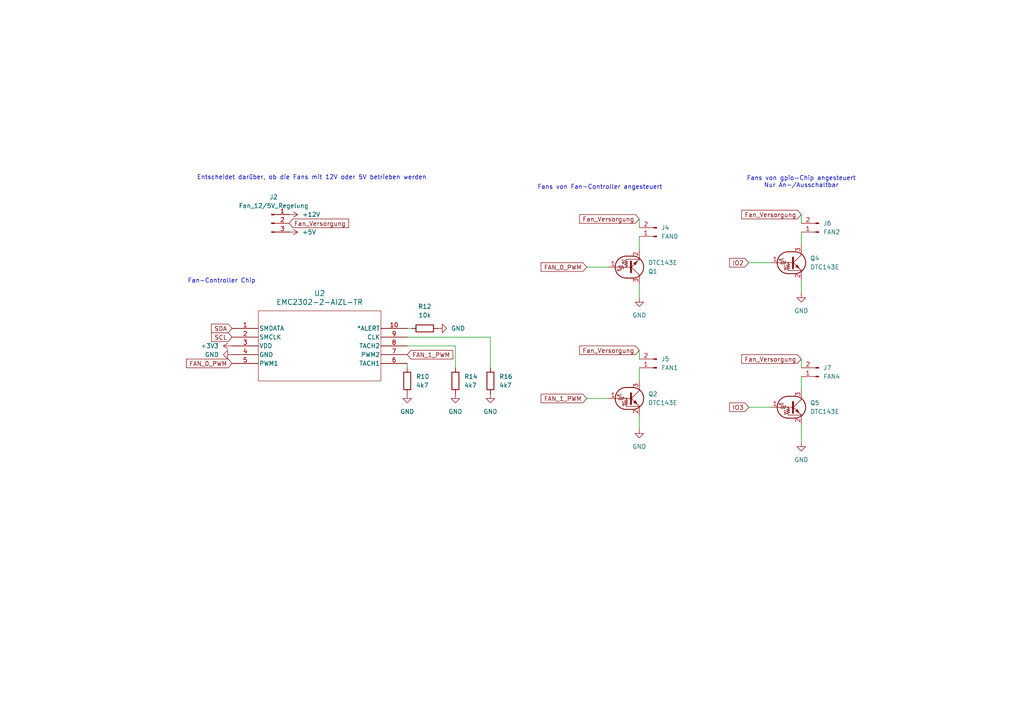
<source format=kicad_sch>
(kicad_sch (version 20231120) (generator "eeschema") (generator_version "8.0")
  (paper "A4")
  (lib_symbols
    (symbol "Connector:Conn_01x02_Male" (pin_names (offset 1.016) hide)
      (property "Reference" "J" (at 0 2.54 0))
      (property "Value" "Conn_01x02_Male" (at 0 -5.08 0))
      (symbol "Conn_01x02_Male_1_1"
        (polyline (pts (xy 1.27 -2.54) (xy 0.8636 -2.54)) (stroke (width 0.1524)))
        (polyline (pts (xy 1.27 0) (xy 0.8636 0)) (stroke (width 0.1524)))
        (rectangle (start 0.8636 -2.413) (end 0 -2.667) (stroke (width 0.1524)) (fill (type outline)))
        (rectangle (start 0.8636 0.127) (end 0 -0.127) (stroke (width 0.1524)) (fill (type outline)))
        (pin passive line (at 5.08 0 180) (length 3.81) (name "Pin_1") (number "1"))
        (pin passive line (at 5.08 -2.54 180) (length 3.81) (name "Pin_2") (number "2"))
      )
    )
    (symbol "Connector:Conn_01x03_Pin" (pin_names (offset 1.016) hide)
      (property "Reference" "J" (at 0 5.08 0))
      (property "Value" "Conn_01x03_Pin" (at 0 -5.08 0))
      (symbol "Conn_01x03_Pin_1_1"
        (polyline (pts (xy 1.27 -2.54) (xy 0.8636 -2.54)) (stroke (width 0.1524)))
        (polyline (pts (xy 1.27 0) (xy 0.8636 0)) (stroke (width 0.1524)))
        (polyline (pts (xy 1.27 2.54) (xy 0.8636 2.54)) (stroke (width 0.1524)))
        (rectangle (start 0.8636 -2.413) (end 0 -2.667) (stroke (width 0.1524)) (fill (type outline)))
        (rectangle (start 0.8636 0.127) (end 0 -0.127) (stroke (width 0.1524)) (fill (type outline)))
        (rectangle (start 0.8636 2.667) (end 0 2.413) (stroke (width 0.1524)) (fill (type outline)))
        (pin passive line (at 5.08 2.54 180) (length 3.81) (name "Pin_1") (number "1"))
        (pin passive line (at 5.08 0 180) (length 3.81) (name "Pin_2") (number "2"))
        (pin passive line (at 5.08 -2.54 180) (length 3.81) (name "Pin_3") (number "3"))
      )
    )
    (symbol "Device:R" (pin_numbers hide) (pin_names (offset 0))
      (property "Reference" "R" (at 2.032 0 90))
      (property "Value" "R" (at 0 0 90))
      (symbol "R_0_1"
        (rectangle (start -1.016 -2.54) (end 1.016 2.54) (stroke (width 0.254)))
      )
      (symbol "R_1_1"
        (pin passive line (at 0 3.81 270) (length 1.27) (name "~") (number "1"))
        (pin passive line (at 0 -3.81 90) (length 1.27) (name "~") (number "2"))
      )
    )
    (symbol "EMC2302-2-AIZL-TR:EMC2302-2-AIZL-TR" (pin_names (offset 0.254))
      (property "Reference" "U" (at 25.4 10.16 0))
      (property "Value" "EMC2302-2-AIZL-TR" (at 25.4 7.62 0))
      (symbol "EMC2302-2-AIZL-TR_0_1"
        (polyline (pts (xy 7.62 -15.24) (xy 43.18 -15.24)) (stroke (width 0.127)))
        (polyline (pts (xy 7.62 5.08) (xy 7.62 -15.24)) (stroke (width 0.127)))
        (polyline (pts (xy 43.18 -15.24) (xy 43.18 5.08)) (stroke (width 0.127)))
        (polyline (pts (xy 43.18 5.08) (xy 7.62 5.08)) (stroke (width 0.127)))
        (pin bidirectional line (at 0 0 0) (length 7.62) (name "SMDATA") (number "1"))
        (pin output line (at 50.8 0 180) (length 7.62) (name "*ALERT") (number "10"))
        (pin input line (at 0 -2.54 0) (length 7.62) (name "SMCLK") (number "2"))
        (pin power_in line (at 0 -5.08 0) (length 7.62) (name "VDD") (number "3"))
        (pin power_in line (at 0 -7.62 0) (length 7.62) (name "GND") (number "4"))
        (pin output line (at 0 -10.16 0) (length 7.62) (name "PWM1") (number "5"))
        (pin input line (at 50.8 -10.16 180) (length 7.62) (name "TACH1") (number "6"))
        (pin output line (at 50.8 -7.62 180) (length 7.62) (name "PWM2") (number "7"))
        (pin input line (at 50.8 -5.08 180) (length 7.62) (name "TACH2") (number "8"))
        (pin bidirectional line (at 50.8 -2.54 180) (length 7.62) (name "CLK") (number "9"))
      )
    )
    (symbol "Transistor_BJT:DTC143E" (pin_names (offset 0) hide)
      (property "Reference" "Q" (at 5.08 1.905 0))
      (property "Value" "DTC143E" (at 5.08 0 0))
      (symbol "DTC143E_0_0"
        (text "4k7" (at -3.302 0.889 0) (effects (font (size 0.508 0.508))))
        (text "4k7" (at -2.159 -1.524 900) (effects (font (size 0.508 0.508))))
      )
      (symbol "DTC143E_0_1"
        (circle (center -1.27 0) (radius 0.127))
        (arc (start -1.27 3.175) (mid -4.4312 0) (end -1.27 -3.175) (stroke (width 0.254)))
        (polyline (pts (xy -3.429 0) (xy -3.81 0)))
        (polyline (pts (xy -1.27 -3.175) (xy 0.635 -3.175)) (stroke (width 0.254)))
        (polyline (pts (xy -1.27 3.175) (xy 0.635 3.175)) (stroke (width 0.254)))
        (polyline (pts (xy 0 -0.254) (xy 2.54 2.286)))
        (polyline (pts (xy 0.127 1.524) (xy 0.127 -1.651)) (stroke (width 0.508)) (fill (type outline)))
        (polyline (pts (xy 2.54 2.286) (xy 2.54 2.54)))
        (polyline (pts (xy 2.54 -2.286) (xy 0 0.254) (xy 0 0.254)))
        (polyline (pts (xy 0.889 -1.143) (xy 1.397 -0.635) (xy 1.905 -1.651) (xy 0.889 -1.143)) (fill (type outline)))
        (polyline (pts (xy 0 0) (xy -1.905 0) (xy -2.032 0.508) (xy -2.286 -0.508) (xy -2.54 0.508) (xy -2.794 -0.508) (xy -3.048 0.508) (xy -3.302 -0.508) (xy -3.429 0)))
        (polyline (pts (xy -1.27 0) (xy -1.27 -0.381) (xy -0.762 -0.508) (xy -1.778 -0.762) (xy -0.762 -1.016) (xy -1.778 -1.27) (xy -0.762 -1.524) (xy -1.778 -1.778) (xy -1.27 -1.905) (xy -1.27 -2.286) (xy 2.54 -2.286)))
        (arc (start 0.635 -3.175) (mid 3.7962 0) (end 0.635 3.175) (stroke (width 0.254)))
        (circle (center 2.54 -2.286) (radius 0.127))
      )
      (symbol "DTC143E_1_1"
        (pin input line (at -6.35 0 0) (length 2.54) (name "B") (number "1"))
        (pin passive line (at 2.54 -5.08 90) (length 2.54) (name "E") (number "2"))
        (pin passive line (at 2.54 5.08 270) (length 2.54) (name "C") (number "3"))
      )
    )
    (symbol "power:+12V" (power) (pin_numbers hide) (pin_names (offset 0) hide)
      (property "Value" "+12V" (at 0 3.556 0))
      (symbol "+12V_0_1"
        (polyline (pts (xy -0.762 1.27) (xy 0 2.54)))
        (polyline (pts (xy 0 0) (xy 0 2.54)))
        (polyline (pts (xy 0 2.54) (xy 0.762 1.27)))
      )
      (symbol "+12V_1_1"
        (pin power_in line (at 0 0 90) (length 0) (name "~") (number "1"))
      )
    )
    (symbol "power:+3V3" (power) (pin_numbers hide) (pin_names (offset 0) hide)
      (property "Value" "+3V3" (at 0 3.556 0))
      (symbol "+3V3_0_1"
        (polyline (pts (xy -0.762 1.27) (xy 0 2.54)))
        (polyline (pts (xy 0 0) (xy 0 2.54)))
        (polyline (pts (xy 0 2.54) (xy 0.762 1.27)))
      )
      (symbol "+3V3_1_1"
        (pin power_in line (at 0 0 90) (length 0) (name "~") (number "1"))
      )
    )
    (symbol "power:+5V" (power) (pin_numbers hide) (pin_names (offset 0) hide)
      (property "Value" "+5V" (at 0 3.556 0))
      (symbol "+5V_0_1"
        (polyline (pts (xy -0.762 1.27) (xy 0 2.54)))
        (polyline (pts (xy 0 0) (xy 0 2.54)))
        (polyline (pts (xy 0 2.54) (xy 0.762 1.27)))
      )
      (symbol "+5V_1_1"
        (pin power_in line (at 0 0 90) (length 0) (name "~") (number "1"))
      )
    )
    (symbol "power:GND" (power) (pin_numbers hide) (pin_names (offset 0) hide)
      (property "Value" "GND" (at 0 -3.81 0))
      (symbol "GND_0_1"
        (polyline (pts (xy 0 0) (xy 0 -1.27) (xy 1.27 -1.27) (xy 0 -2.54) (xy -1.27 -1.27) (xy 0 -1.27)))
      )
      (symbol "GND_1_1"
        (pin power_in line (at 0 0 270) (length 0) (name "~") (number "1"))
      )
    )
  )
  (wire (pts (xy 142.24 97.79) (xy 118.11 97.79)))
  (wire (pts (xy 232.41 123.19) (xy 232.41 128.27)))
  (wire (pts (xy 142.24 106.68) (xy 142.24 97.79)))
  (wire (pts (xy 185.42 120.65) (xy 185.42 124.46)))
  (wire (pts (xy 232.41 67.31) (xy 232.41 71.12)))
  (wire (pts (xy 170.18 77.47) (xy 176.53 77.47)))
  (wire (pts (xy 185.42 63.5) (xy 185.42 66.04)))
  (wire (pts (xy 132.08 106.68) (xy 132.08 100.33)))
  (wire (pts (xy 185.42 68.58) (xy 185.42 72.39)))
  (wire (pts (xy 170.18 115.57) (xy 176.53 115.57)))
  (wire (pts (xy 232.41 109.22) (xy 232.41 113.03)))
  (wire (pts (xy 232.41 81.28) (xy 232.41 85.09)))
  (wire (pts (xy 185.42 106.68) (xy 185.42 110.49)))
  (wire (pts (xy 232.41 104.14) (xy 232.41 106.68)))
  (wire (pts (xy 132.08 100.33) (xy 118.11 100.33)))
  (wire (pts (xy 185.42 82.55) (xy 185.42 86.36)))
  (wire (pts (xy 217.17 118.11) (xy 223.52 118.11)))
  (wire (pts (xy 232.41 62.23) (xy 232.41 64.77)))
  (wire (pts (xy 119.38 95.25) (xy 118.11 95.25)))
  (wire (pts (xy 185.42 101.6) (xy 185.42 104.14)))
  (wire (pts (xy 118.11 106.68) (xy 118.11 105.41)))
  (wire (pts (xy 217.17 76.2) (xy 223.52 76.2)))
  (text "Fans von gpio-Chip angesteuert\nNur An-/Ausschaltbar\n" (at 232.41 52.832 0) (effects (font (size 1.27 1.27))))
  (text "Entscheidet darüber, ob die Fans mit 12V oder 5V betrieben werden\n" (at 90.424 51.562 0) (effects (font (size 1.27 1.27))))
  (text "Fans von Fan-Controller angesteuert" (at 173.99 54.356 0) (effects (font (size 1.27 1.27))))
  (text "Fan-Controller Chip " (at 64.77 81.534 0) (effects (font (size 1.27 1.27))))
  (global_label "IO3" (shape input) (at 217.17 118.11 180) (property "Intersheetrefs" "${INTERSHEET_REFS}" (effects (hide yes))))
  (global_label "FAN_1_PWM" (shape input) (at 170.18 115.57 180) (property "Intersheetrefs" "${INTERSHEET_REFS}" (effects (hide yes))))
  (global_label "FAN_0_PWM" (shape input) (at 170.18 77.47 180) (property "Intersheetrefs" "${INTERSHEET_REFS}" (effects (hide yes))))
  (global_label "Fan_Versorgung" (shape input) (at 185.42 63.5 180) (property "Intersheetrefs" "${INTERSHEET_REFS}" (effects (hide yes))))
  (global_label "Fan_Versorgung" (shape input) (at 232.41 104.14 180) (property "Intersheetrefs" "${INTERSHEET_REFS}" (effects (hide yes))))
  (global_label "SDA" (shape input) (at 67.31 95.25 180) (property "Intersheetrefs" "${INTERSHEET_REFS}" (effects (hide yes))))
  (global_label "FAN_0_PWM" (shape input) (at 67.31 105.41 180) (property "Intersheetrefs" "${INTERSHEET_REFS}" (effects (hide yes))))
  (global_label "Fan_Versorgung" (shape input) (at 185.42 101.6 180) (property "Intersheetrefs" "${INTERSHEET_REFS}" (effects (hide yes))))
  (global_label "FAN_1_PWM" (shape input) (at 118.11 102.87 0) (property "Intersheetrefs" "${INTERSHEET_REFS}" (effects (hide yes))))
  (global_label "Fan_Versorgung" (shape input) (at 83.82 64.77 0) (property "Intersheetrefs" "${INTERSHEET_REFS}" (effects (hide yes))))
  (global_label "IO2" (shape input) (at 217.17 76.2 180) (property "Intersheetrefs" "${INTERSHEET_REFS}" (effects (hide yes))))
  (global_label "Fan_Versorgung" (shape input) (at 232.41 62.23 180) (property "Intersheetrefs" "${INTERSHEET_REFS}" (effects (hide yes))))
  (global_label "SCL" (shape input) (at 67.31 97.79 180) (property "Intersheetrefs" "${INTERSHEET_REFS}" (effects (hide yes))))
  (symbol (lib_id "power:+5V") (at 83.82 67.31 270) (unit 1)
    (property "Reference" "#PWR024" (effects (hide yes)))
    (property "Value" "+5V" (at 87.63 67.3099 90) (effects (justify left)))
    (property "Description" "Power symbol creates a global label with name \"+5V\"" (effects (hide yes)))
  )
  (symbol (lib_id "power:GND") (at 185.42 86.36 0) (unit 1)
    (property "Reference" "#PWR031" (effects (hide yes)))
    (property "Value" "GND" (at 185.42 91.44 0))
    (property "Description" "Power symbol creates a global label with name \"GND\" , ground" (effects (hide yes)))
  )
  (symbol (lib_id "power:GND") (at 232.41 85.09 0) (unit 1)
    (property "Reference" "#PWR022" (effects (hide yes)))
    (property "Value" "GND" (at 232.41 90.17 0))
    (property "Description" "Power symbol creates a global label with name \"GND\" , ground" (effects (hide yes)))
  )
  (symbol (lib_id "Connector:Conn_01x02_Male") (at 190.5 68.58 180) (unit 1)
    (property "Reference" "J4" (at 191.77 66.0399 0) (effects (justify right)))
    (property "Value" "FAN0" (at 191.77 68.5799 0) (effects (justify right)))
    (property "Footprint" "Connector_PinHeader_2.54mm:PinHeader_1x02_P2.54mm_Horizontal" (effects (hide yes)))
    (property "Description" "Generic connector, single row, 01x02, script generated (kicad-library-utils/schlib/autogen/connector/)" (effects (hide yes)))
  )
  (symbol (lib_id "Device:R") (at 118.11 110.49 0) (unit 1)
    (property "Reference" "R10" (at 120.65 109.2199 0) (effects (justify left)))
    (property "Value" "4k7" (at 120.65 111.7599 0) (effects (justify left)))
    (property "Footprint" "Resistor_SMD:R_0402_1005Metric" (effects (hide yes)))
    (property "Description" "Resistor" (effects (hide yes)))
  )
  (symbol (lib_id "power:GND") (at 185.42 124.46 0) (unit 1)
    (property "Reference" "#PWR034" (effects (hide yes)))
    (property "Value" "GND" (at 185.42 129.54 0))
    (property "Description" "Power symbol creates a global label with name \"GND\" , ground" (effects (hide yes)))
  )
  (symbol (lib_id "power:GND") (at 142.24 114.3 0) (unit 1)
    (property "Reference" "#PWR029" (effects (hide yes)))
    (property "Value" "GND" (at 142.24 119.38 0))
    (property "Description" "Power symbol creates a global label with name \"GND\" , ground" (effects (hide yes)))
  )
  (symbol (lib_id "Device:R") (at 142.24 110.49 0) (unit 1)
    (property "Reference" "R16" (at 144.78 109.2199 0) (effects (justify left)))
    (property "Value" "4k7" (at 144.78 111.7599 0) (effects (justify left)))
    (property "Footprint" "Resistor_SMD:R_0402_1005Metric" (effects (hide yes)))
    (property "Description" "Resistor" (effects (hide yes)))
  )
  (symbol (lib_id "power:GND") (at 127 95.25 90) (unit 1)
    (property "Reference" "#PWR025" (effects (hide yes)))
    (property "Value" "GND" (at 130.81 95.2499 90) (effects (justify right)))
    (property "Description" "Power symbol creates a global label with name \"GND\" , ground" (effects (hide yes)))
  )
  (symbol (lib_id "Device:R") (at 123.19 95.25 90) (unit 1)
    (property "Reference" "R12" (at 123.19 88.9 90))
    (property "Value" "10k" (at 123.19 91.44 90))
    (property "Footprint" "Resistor_SMD:R_0402_1005Metric" (effects (hide yes)))
    (property "Description" "Resistor" (effects (hide yes)))
  )
  (symbol (lib_id "power:+3V3") (at 67.31 100.33 90) (unit 1)
    (property "Reference" "#PWR019" (effects (hide yes)))
    (property "Value" "+3V3" (at 63.5 100.3299 90) (effects (justify left)))
    (property "Description" "Power symbol creates a global label with name \"+3V3\"" (effects (hide yes)))
  )
  (symbol (lib_id "Connector:Conn_01x03_Pin") (at 78.74 64.77 0) (unit 1)
    (property "Reference" "J2" (at 79.375 57.15 0))
    (property "Value" "Fan_12/5V_Regelung" (at 79.375 59.69 0))
    (property "Footprint" "Connector_PinHeader_2.54mm:PinHeader_1x03_P2.54mm_Horizontal" (effects (hide yes)))
    (property "Description" "Generic connector, single row, 01x03, script generated" (effects (hide yes)))
  )
  (symbol (lib_id "power:GND") (at 118.11 114.3 0) (unit 1)
    (property "Reference" "#PWR023" (effects (hide yes)))
    (property "Value" "GND" (at 118.11 119.38 0))
    (property "Description" "Power symbol creates a global label with name \"GND\" , ground" (effects (hide yes)))
  )
  (symbol (lib_id "Device:R") (at 132.08 110.49 0) (unit 1)
    (property "Reference" "R14" (at 134.62 109.2199 0) (effects (justify left)))
    (property "Value" "4k7" (at 134.62 111.7599 0) (effects (justify left)))
    (property "Footprint" "Resistor_SMD:R_0402_1005Metric" (effects (hide yes)))
    (property "Description" "Resistor" (effects (hide yes)))
  )
  (symbol (lib_id "EMC2302-2-AIZL-TR:EMC2302-2-AIZL-TR") (at 67.31 95.25 0) (unit 1)
    (property "Reference" "U2" (at 92.71 85.09 0) (effects (font (size 1.524 1.524))))
    (property "Value" "EMC2302-2-AIZL-TR" (at 92.71 87.63 0) (effects (font (size 1.524 1.524))))
    (property "Footprint" "CustomFotLibByJan:MSOP10_MC_MCH" (effects (hide yes)))
    (property "Datasheet" "EMC2302-2-AIZL-TR" (effects (hide yes)))
  )
  (symbol (lib_id "Connector:Conn_01x02_Male") (at 237.49 67.31 180) (unit 1)
    (property "Reference" "J6" (at 238.76 64.7699 0) (effects (justify right)))
    (property "Value" "FAN2" (at 238.76 67.3099 0) (effects (justify right)))
    (property "Footprint" "Connector_PinHeader_2.54mm:PinHeader_1x02_P2.54mm_Horizontal" (effects (hide yes)))
    (property "Description" "Generic connector, single row, 01x02, script generated (kicad-library-utils/schlib/autogen/connector/)" (effects (hide yes)))
  )
  (symbol (lib_id "Transistor_BJT:DTC143E") (at 182.88 115.57 0) (unit 1)
    (property "Reference" "Q2" (at 187.96 114.2999 0) (effects (justify left)))
    (property "Value" "DTC143E" (at 187.96 116.8399 0) (effects (justify left)))
    (property "Footprint" "Package_TO_SOT_SMD:SOT-723" (effects (hide yes)))
    (property "Description" "Digital NPN Transistor, 4k7/4k7, SOT-23" (effects (hide yes)))
  )
  (symbol (lib_id "power:GND") (at 132.08 114.3 0) (unit 1)
    (property "Reference" "#PWR027" (effects (hide yes)))
    (property "Value" "GND" (at 132.08 119.38 0))
    (property "Description" "Power symbol creates a global label with name \"GND\" , ground" (effects (hide yes)))
  )
  (symbol (lib_id "power:GND") (at 232.41 128.27 0) (unit 1)
    (property "Reference" "#PWR026" (effects (hide yes)))
    (property "Value" "GND" (at 232.41 133.35 0))
    (property "Description" "Power symbol creates a global label with name \"GND\" , ground" (effects (hide yes)))
  )
  (symbol (lib_id "Connector:Conn_01x02_Male") (at 237.49 109.22 180) (unit 1)
    (property "Reference" "J7" (at 238.76 106.6799 0) (effects (justify right)))
    (property "Value" "FAN4" (at 238.76 109.2199 0) (effects (justify right)))
    (property "Footprint" "Connector_PinHeader_2.54mm:PinHeader_1x02_P2.54mm_Horizontal" (effects (hide yes)))
    (property "Description" "Generic connector, single row, 01x02, script generated (kicad-library-utils/schlib/autogen/connector/)" (effects (hide yes)))
  )
  (symbol (lib_id "Transistor_BJT:DTC143E") (at 229.87 76.2 0) (unit 1)
    (property "Reference" "Q4" (at 234.95 74.9299 0) (effects (justify left)))
    (property "Value" "DTC143E" (at 234.95 77.4699 0) (effects (justify left)))
    (property "Footprint" "Package_TO_SOT_SMD:SOT-723" (effects (hide yes)))
    (property "Description" "Digital NPN Transistor, 4k7/4k7, SOT-23" (effects (hide yes)))
  )
  (symbol (lib_id "Connector:Conn_01x02_Male") (at 190.5 106.68 180) (unit 1)
    (property "Reference" "J5" (at 191.77 104.1399 0) (effects (justify right)))
    (property "Value" "FAN1" (at 191.77 106.6799 0) (effects (justify right)))
    (property "Footprint" "Connector_PinHeader_2.54mm:PinHeader_1x02_P2.54mm_Horizontal" (effects (hide yes)))
    (property "Description" "Generic connector, single row, 01x02, script generated (kicad-library-utils/schlib/autogen/connector/)" (effects (hide yes)))
  )
  (symbol (lib_id "power:+12V") (at 83.82 62.23 270) (unit 1)
    (property "Reference" "#PWR021" (effects (hide yes)))
    (property "Value" "+12V" (at 87.63 62.2299 90) (effects (justify left)))
    (property "Description" "Power symbol creates a global label with name \"+12V\"" (effects (hide yes)))
  )
  (symbol (lib_id "power:GND") (at 67.31 102.87 270) (unit 1)
    (property "Reference" "#PWR020" (effects (hide yes)))
    (property "Value" "GND" (at 63.5 102.8699 90) (effects (justify right)))
    (property "Description" "Power symbol creates a global label with name \"GND\" , ground" (effects (hide yes)))
  )
  (symbol (lib_id "Transistor_BJT:DTC143E") (at 182.88 77.47 0) (mirror x) (unit 1)
    (property "Reference" "Q1" (at 187.96 78.7401 0) (effects (justify left)))
    (property "Value" "DTC143E" (at 187.96 76.2001 0) (effects (justify left)))
    (property "Footprint" "Package_TO_SOT_SMD:SOT-723" (effects (hide yes)))
    (property "Description" "Digital NPN Transistor, 4k7/4k7, SOT-23" (effects (hide yes)))
  )
  (symbol (lib_id "Transistor_BJT:DTC143E") (at 229.87 118.11 0) (unit 1)
    (property "Reference" "Q5" (at 234.95 116.8399 0) (effects (justify left)))
    (property "Value" "DTC143E" (at 234.95 119.3799 0) (effects (justify left)))
    (property "Footprint" "Package_TO_SOT_SMD:SOT-723" (effects (hide yes)))
    (property "Description" "Digital NPN Transistor, 4k7/4k7, SOT-23" (effects (hide yes)))
  )
)
</source>
